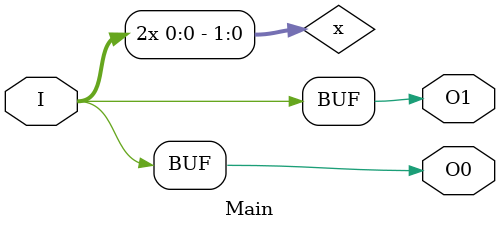
<source format=v>
module Main (
    input I,
    output O0,
    output O1
);
wire [1:0] x;
assign x = {I,I};
assign O0 = x[0];
assign O1 = x[1];
endmodule


</source>
